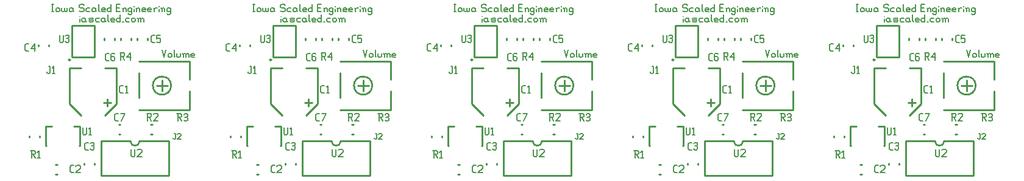
<source format=gbr>
G04 start of page 9 for group -4079 idx -4079 *
G04 Title: (unknown), topsilk *
G04 Creator: pcb 20140316 *
G04 CreationDate: Sun 13 Sep 2020 05:46:49 PM GMT UTC *
G04 For: railfan *
G04 Format: Gerber/RS-274X *
G04 PCB-Dimensions (mil): 5600.00 1200.00 *
G04 PCB-Coordinate-Origin: lower left *
%MOIN*%
%FSLAX25Y25*%
%LNTOPSILK*%
%ADD55C,0.0100*%
%ADD54C,0.0060*%
G54D54*X197500Y83010D02*X198490Y79050D01*
X199480Y83010D01*
X200668Y80535D02*Y79545D01*
Y80535D02*X201163Y81030D01*
X202153D01*
X202648Y80535D01*
Y79545D01*
X202153Y79050D02*X202648Y79545D01*
X201163Y79050D02*X202153D01*
X200668Y79545D02*X201163Y79050D01*
X203836Y83010D02*Y79545D01*
X204331Y79050D01*
X205321Y81030D02*Y79545D01*
X205816Y79050D01*
X206806D01*
X207301Y79545D01*
Y81030D02*Y79545D01*
X208984Y80535D02*Y79050D01*
Y80535D02*X209479Y81030D01*
X209974D01*
X210469Y80535D01*
Y79050D01*
Y80535D02*X210964Y81030D01*
X211459D01*
X211954Y80535D01*
Y79050D01*
X208489Y81030D02*X208984Y80535D01*
X213637Y79050D02*X215122D01*
X213142Y79545D02*X213637Y79050D01*
X213142Y80535D02*Y79545D01*
Y80535D02*X213637Y81030D01*
X214627D01*
X215122Y80535D01*
X213142Y80040D02*X215122D01*
Y80535D02*Y80040D01*
X307500Y83010D02*X308490Y79050D01*
X309480Y83010D01*
X310668Y80535D02*Y79545D01*
Y80535D02*X311163Y81030D01*
X312153D01*
X312648Y80535D01*
Y79545D01*
X312153Y79050D02*X312648Y79545D01*
X311163Y79050D02*X312153D01*
X310668Y79545D02*X311163Y79050D01*
X313836Y83010D02*Y79545D01*
X314331Y79050D01*
X315321Y81030D02*Y79545D01*
X315816Y79050D01*
X316806D01*
X317301Y79545D01*
Y81030D02*Y79545D01*
X318984Y80535D02*Y79050D01*
Y80535D02*X319479Y81030D01*
X319974D01*
X320469Y80535D01*
Y79050D01*
Y80535D02*X320964Y81030D01*
X321459D01*
X321954Y80535D01*
Y79050D01*
X318489Y81030D02*X318984Y80535D01*
X323637Y79050D02*X325122D01*
X323142Y79545D02*X323637Y79050D01*
X323142Y80535D02*Y79545D01*
Y80535D02*X323637Y81030D01*
X324627D01*
X325122Y80535D01*
X323142Y80040D02*X325122D01*
Y80535D02*Y80040D01*
X87500Y83010D02*X88490Y79050D01*
X89480Y83010D01*
X90668Y80535D02*Y79545D01*
Y80535D02*X91163Y81030D01*
X92153D01*
X92648Y80535D01*
Y79545D01*
X92153Y79050D02*X92648Y79545D01*
X91163Y79050D02*X92153D01*
X90668Y79545D02*X91163Y79050D01*
X93836Y83010D02*Y79545D01*
X94331Y79050D01*
X95321Y81030D02*Y79545D01*
X95816Y79050D01*
X96806D01*
X97301Y79545D01*
Y81030D02*Y79545D01*
X98984Y80535D02*Y79050D01*
Y80535D02*X99479Y81030D01*
X99974D01*
X100469Y80535D01*
Y79050D01*
Y80535D02*X100964Y81030D01*
X101459D01*
X101954Y80535D01*
Y79050D01*
X98489Y81030D02*X98984Y80535D01*
X103637Y79050D02*X105122D01*
X103142Y79545D02*X103637Y79050D01*
X103142Y80535D02*Y79545D01*
Y80535D02*X103637Y81030D01*
X104627D01*
X105122Y80535D01*
X103142Y80040D02*X105122D01*
Y80535D02*Y80040D01*
X27000Y108000D02*X28000D01*
X27500D02*Y104000D01*
X27000D02*X28000D01*
X29200Y105500D02*Y104500D01*
Y105500D02*X29700Y106000D01*
X30700D01*
X31200Y105500D01*
Y104500D01*
X30700Y104000D02*X31200Y104500D01*
X29700Y104000D02*X30700D01*
X29200Y104500D02*X29700Y104000D01*
X32400Y106000D02*Y104500D01*
X32900Y104000D01*
X33400D01*
X33900Y104500D01*
Y106000D02*Y104500D01*
X34400Y104000D01*
X34900D01*
X35400Y104500D01*
Y106000D02*Y104500D01*
X38100Y106000D02*X38600Y105500D01*
X37100Y106000D02*X38100D01*
X36600Y105500D02*X37100Y106000D01*
X36600Y105500D02*Y104500D01*
X37100Y104000D01*
X38600Y106000D02*Y104500D01*
X39100Y104000D01*
X37100D02*X38100D01*
X38600Y104500D01*
X44100Y108000D02*X44600Y107500D01*
X42600Y108000D02*X44100D01*
X42100Y107500D02*X42600Y108000D01*
X42100Y107500D02*Y106500D01*
X42600Y106000D01*
X44100D01*
X44600Y105500D01*
Y104500D01*
X44100Y104000D02*X44600Y104500D01*
X42600Y104000D02*X44100D01*
X42100Y104500D02*X42600Y104000D01*
X46300Y106000D02*X47800D01*
X45800Y105500D02*X46300Y106000D01*
X45800Y105500D02*Y104500D01*
X46300Y104000D01*
X47800D01*
X50500Y106000D02*X51000Y105500D01*
X49500Y106000D02*X50500D01*
X49000Y105500D02*X49500Y106000D01*
X49000Y105500D02*Y104500D01*
X49500Y104000D01*
X51000Y106000D02*Y104500D01*
X51500Y104000D01*
X49500D02*X50500D01*
X51000Y104500D01*
X52700Y108000D02*Y104500D01*
X53200Y104000D01*
X54700D02*X56200D01*
X54200Y104500D02*X54700Y104000D01*
X54200Y105500D02*Y104500D01*
Y105500D02*X54700Y106000D01*
X55700D01*
X56200Y105500D01*
X54200Y105000D02*X56200D01*
Y105500D02*Y105000D01*
X59400Y108000D02*Y104000D01*
X58900D02*X59400Y104500D01*
X57900Y104000D02*X58900D01*
X57400Y104500D02*X57900Y104000D01*
X57400Y105500D02*Y104500D01*
Y105500D02*X57900Y106000D01*
X58900D01*
X59400Y105500D01*
X62400Y106200D02*X63900D01*
X62400Y104000D02*X64400D01*
X62400Y108000D02*Y104000D01*
Y108000D02*X64400D01*
X66100Y105500D02*Y104000D01*
Y105500D02*X66600Y106000D01*
X67100D01*
X67600Y105500D01*
Y104000D01*
X65600Y106000D02*X66100Y105500D01*
X70300Y106000D02*X70800Y105500D01*
X69300Y106000D02*X70300D01*
X68800Y105500D02*X69300Y106000D01*
X68800Y105500D02*Y104500D01*
X69300Y104000D01*
X70300D01*
X70800Y104500D01*
X68800Y103000D02*X69300Y102500D01*
X70300D01*
X70800Y103000D01*
Y106000D02*Y103000D01*
X72000Y107000D02*Y106900D01*
Y105500D02*Y104000D01*
X73500Y105500D02*Y104000D01*
Y105500D02*X74000Y106000D01*
X74500D01*
X75000Y105500D01*
Y104000D01*
X73000Y106000D02*X73500Y105500D01*
X76700Y104000D02*X78200D01*
X76200Y104500D02*X76700Y104000D01*
X76200Y105500D02*Y104500D01*
Y105500D02*X76700Y106000D01*
X77700D01*
X78200Y105500D01*
X76200Y105000D02*X78200D01*
Y105500D02*Y105000D01*
X79900Y104000D02*X81400D01*
X79400Y104500D02*X79900Y104000D01*
X79400Y105500D02*Y104500D01*
Y105500D02*X79900Y106000D01*
X80900D01*
X81400Y105500D01*
X79400Y105000D02*X81400D01*
Y105500D02*Y105000D01*
X83100Y105500D02*Y104000D01*
Y105500D02*X83600Y106000D01*
X84600D01*
X82600D02*X83100Y105500D01*
X85800Y107000D02*Y106900D01*
Y105500D02*Y104000D01*
X87300Y105500D02*Y104000D01*
Y105500D02*X87800Y106000D01*
X88300D01*
X88800Y105500D01*
Y104000D01*
X86800Y106000D02*X87300Y105500D01*
X91500Y106000D02*X92000Y105500D01*
X90500Y106000D02*X91500D01*
X90000Y105500D02*X90500Y106000D01*
X90000Y105500D02*Y104500D01*
X90500Y104000D01*
X91500D01*
X92000Y104500D01*
X90000Y103000D02*X90500Y102500D01*
X91500D01*
X92000Y103000D01*
Y106000D02*Y103000D01*
X42500Y101500D02*Y101400D01*
Y100000D02*Y98500D01*
X45000Y100500D02*X45500Y100000D01*
X44000Y100500D02*X45000D01*
X43500Y100000D02*X44000Y100500D01*
X43500Y100000D02*Y99000D01*
X44000Y98500D01*
X45500Y100500D02*Y99000D01*
X46000Y98500D01*
X44000D02*X45000D01*
X45500Y99000D01*
X47700Y98500D02*X49200D01*
X49700Y99000D01*
X49200Y99500D02*X49700Y99000D01*
X47700Y99500D02*X49200D01*
X47200Y100000D02*X47700Y99500D01*
X47200Y100000D02*X47700Y100500D01*
X49200D01*
X49700Y100000D01*
X47200Y99000D02*X47700Y98500D01*
X51400Y100500D02*X52900D01*
X50900Y100000D02*X51400Y100500D01*
X50900Y100000D02*Y99000D01*
X51400Y98500D01*
X52900D01*
X55600Y100500D02*X56100Y100000D01*
X54600Y100500D02*X55600D01*
X54100Y100000D02*X54600Y100500D01*
X54100Y100000D02*Y99000D01*
X54600Y98500D01*
X56100Y100500D02*Y99000D01*
X56600Y98500D01*
X54600D02*X55600D01*
X56100Y99000D01*
X57800Y102500D02*Y99000D01*
X58300Y98500D01*
X59800D02*X61300D01*
X59300Y99000D02*X59800Y98500D01*
X59300Y100000D02*Y99000D01*
Y100000D02*X59800Y100500D01*
X60800D01*
X61300Y100000D01*
X59300Y99500D02*X61300D01*
Y100000D02*Y99500D01*
X64500Y102500D02*Y98500D01*
X64000D02*X64500Y99000D01*
X63000Y98500D02*X64000D01*
X62500Y99000D02*X63000Y98500D01*
X62500Y100000D02*Y99000D01*
Y100000D02*X63000Y100500D01*
X64000D01*
X64500Y100000D01*
X65700Y98500D02*X66200D01*
X67900Y100500D02*X69400D01*
X67400Y100000D02*X67900Y100500D01*
X67400Y100000D02*Y99000D01*
X67900Y98500D01*
X69400D01*
X70600Y100000D02*Y99000D01*
Y100000D02*X71100Y100500D01*
X72100D01*
X72600Y100000D01*
Y99000D01*
X72100Y98500D02*X72600Y99000D01*
X71100Y98500D02*X72100D01*
X70600Y99000D02*X71100Y98500D01*
X74300Y100000D02*Y98500D01*
Y100000D02*X74800Y100500D01*
X75300D01*
X75800Y100000D01*
Y98500D01*
Y100000D02*X76300Y100500D01*
X76800D01*
X77300Y100000D01*
Y98500D01*
X73800Y100500D02*X74300Y100000D01*
X137000Y108000D02*X138000D01*
X137500D02*Y104000D01*
X137000D02*X138000D01*
X139200Y105500D02*Y104500D01*
Y105500D02*X139700Y106000D01*
X140700D01*
X141200Y105500D01*
Y104500D01*
X140700Y104000D02*X141200Y104500D01*
X139700Y104000D02*X140700D01*
X139200Y104500D02*X139700Y104000D01*
X142400Y106000D02*Y104500D01*
X142900Y104000D01*
X143400D01*
X143900Y104500D01*
Y106000D02*Y104500D01*
X144400Y104000D01*
X144900D01*
X145400Y104500D01*
Y106000D02*Y104500D01*
X148100Y106000D02*X148600Y105500D01*
X147100Y106000D02*X148100D01*
X146600Y105500D02*X147100Y106000D01*
X146600Y105500D02*Y104500D01*
X147100Y104000D01*
X148600Y106000D02*Y104500D01*
X149100Y104000D01*
X147100D02*X148100D01*
X148600Y104500D01*
X154100Y108000D02*X154600Y107500D01*
X152600Y108000D02*X154100D01*
X152100Y107500D02*X152600Y108000D01*
X152100Y107500D02*Y106500D01*
X152600Y106000D01*
X154100D01*
X154600Y105500D01*
Y104500D01*
X154100Y104000D02*X154600Y104500D01*
X152600Y104000D02*X154100D01*
X152100Y104500D02*X152600Y104000D01*
X156300Y106000D02*X157800D01*
X155800Y105500D02*X156300Y106000D01*
X155800Y105500D02*Y104500D01*
X156300Y104000D01*
X157800D01*
X160500Y106000D02*X161000Y105500D01*
X159500Y106000D02*X160500D01*
X159000Y105500D02*X159500Y106000D01*
X159000Y105500D02*Y104500D01*
X159500Y104000D01*
X161000Y106000D02*Y104500D01*
X161500Y104000D01*
X159500D02*X160500D01*
X161000Y104500D01*
X162700Y108000D02*Y104500D01*
X163200Y104000D01*
X164700D02*X166200D01*
X164200Y104500D02*X164700Y104000D01*
X164200Y105500D02*Y104500D01*
Y105500D02*X164700Y106000D01*
X165700D01*
X166200Y105500D01*
X164200Y105000D02*X166200D01*
Y105500D02*Y105000D01*
X169400Y108000D02*Y104000D01*
X168900D02*X169400Y104500D01*
X167900Y104000D02*X168900D01*
X167400Y104500D02*X167900Y104000D01*
X167400Y105500D02*Y104500D01*
Y105500D02*X167900Y106000D01*
X168900D01*
X169400Y105500D01*
X172400Y106200D02*X173900D01*
X172400Y104000D02*X174400D01*
X172400Y108000D02*Y104000D01*
Y108000D02*X174400D01*
X176100Y105500D02*Y104000D01*
Y105500D02*X176600Y106000D01*
X177100D01*
X177600Y105500D01*
Y104000D01*
X175600Y106000D02*X176100Y105500D01*
X180300Y106000D02*X180800Y105500D01*
X179300Y106000D02*X180300D01*
X178800Y105500D02*X179300Y106000D01*
X178800Y105500D02*Y104500D01*
X179300Y104000D01*
X180300D01*
X180800Y104500D01*
X178800Y103000D02*X179300Y102500D01*
X180300D01*
X180800Y103000D01*
Y106000D02*Y103000D01*
X182000Y107000D02*Y106900D01*
Y105500D02*Y104000D01*
X183500Y105500D02*Y104000D01*
Y105500D02*X184000Y106000D01*
X184500D01*
X185000Y105500D01*
Y104000D01*
X183000Y106000D02*X183500Y105500D01*
X186700Y104000D02*X188200D01*
X186200Y104500D02*X186700Y104000D01*
X186200Y105500D02*Y104500D01*
Y105500D02*X186700Y106000D01*
X187700D01*
X188200Y105500D01*
X186200Y105000D02*X188200D01*
Y105500D02*Y105000D01*
X189900Y104000D02*X191400D01*
X189400Y104500D02*X189900Y104000D01*
X189400Y105500D02*Y104500D01*
Y105500D02*X189900Y106000D01*
X190900D01*
X191400Y105500D01*
X189400Y105000D02*X191400D01*
Y105500D02*Y105000D01*
X193100Y105500D02*Y104000D01*
Y105500D02*X193600Y106000D01*
X194600D01*
X192600D02*X193100Y105500D01*
X195800Y107000D02*Y106900D01*
Y105500D02*Y104000D01*
X197300Y105500D02*Y104000D01*
Y105500D02*X197800Y106000D01*
X198300D01*
X198800Y105500D01*
Y104000D01*
X196800Y106000D02*X197300Y105500D01*
X201500Y106000D02*X202000Y105500D01*
X200500Y106000D02*X201500D01*
X200000Y105500D02*X200500Y106000D01*
X200000Y105500D02*Y104500D01*
X200500Y104000D01*
X201500D01*
X202000Y104500D01*
X200000Y103000D02*X200500Y102500D01*
X201500D01*
X202000Y103000D01*
Y106000D02*Y103000D01*
X152500Y101500D02*Y101400D01*
Y100000D02*Y98500D01*
X155000Y100500D02*X155500Y100000D01*
X154000Y100500D02*X155000D01*
X153500Y100000D02*X154000Y100500D01*
X153500Y100000D02*Y99000D01*
X154000Y98500D01*
X155500Y100500D02*Y99000D01*
X156000Y98500D01*
X154000D02*X155000D01*
X155500Y99000D01*
X157700Y98500D02*X159200D01*
X159700Y99000D01*
X159200Y99500D02*X159700Y99000D01*
X157700Y99500D02*X159200D01*
X157200Y100000D02*X157700Y99500D01*
X157200Y100000D02*X157700Y100500D01*
X159200D01*
X159700Y100000D01*
X157200Y99000D02*X157700Y98500D01*
X161400Y100500D02*X162900D01*
X160900Y100000D02*X161400Y100500D01*
X160900Y100000D02*Y99000D01*
X161400Y98500D01*
X162900D01*
X165600Y100500D02*X166100Y100000D01*
X164600Y100500D02*X165600D01*
X164100Y100000D02*X164600Y100500D01*
X164100Y100000D02*Y99000D01*
X164600Y98500D01*
X166100Y100500D02*Y99000D01*
X166600Y98500D01*
X164600D02*X165600D01*
X166100Y99000D01*
X167800Y102500D02*Y99000D01*
X168300Y98500D01*
X169800D02*X171300D01*
X169300Y99000D02*X169800Y98500D01*
X169300Y100000D02*Y99000D01*
Y100000D02*X169800Y100500D01*
X170800D01*
X171300Y100000D01*
X169300Y99500D02*X171300D01*
Y100000D02*Y99500D01*
X174500Y102500D02*Y98500D01*
X174000D02*X174500Y99000D01*
X173000Y98500D02*X174000D01*
X172500Y99000D02*X173000Y98500D01*
X172500Y100000D02*Y99000D01*
Y100000D02*X173000Y100500D01*
X174000D01*
X174500Y100000D01*
X175700Y98500D02*X176200D01*
X177900Y100500D02*X179400D01*
X177400Y100000D02*X177900Y100500D01*
X177400Y100000D02*Y99000D01*
X177900Y98500D01*
X179400D01*
X180600Y100000D02*Y99000D01*
Y100000D02*X181100Y100500D01*
X182100D01*
X182600Y100000D01*
Y99000D01*
X182100Y98500D02*X182600Y99000D01*
X181100Y98500D02*X182100D01*
X180600Y99000D02*X181100Y98500D01*
X184300Y100000D02*Y98500D01*
Y100000D02*X184800Y100500D01*
X185300D01*
X185800Y100000D01*
Y98500D01*
Y100000D02*X186300Y100500D01*
X186800D01*
X187300Y100000D01*
Y98500D01*
X183800Y100500D02*X184300Y100000D01*
X247000Y108000D02*X248000D01*
X247500D02*Y104000D01*
X247000D02*X248000D01*
X249200Y105500D02*Y104500D01*
Y105500D02*X249700Y106000D01*
X250700D01*
X251200Y105500D01*
Y104500D01*
X250700Y104000D02*X251200Y104500D01*
X249700Y104000D02*X250700D01*
X249200Y104500D02*X249700Y104000D01*
X252400Y106000D02*Y104500D01*
X252900Y104000D01*
X253400D01*
X253900Y104500D01*
Y106000D02*Y104500D01*
X254400Y104000D01*
X254900D01*
X255400Y104500D01*
Y106000D02*Y104500D01*
X258100Y106000D02*X258600Y105500D01*
X257100Y106000D02*X258100D01*
X256600Y105500D02*X257100Y106000D01*
X256600Y105500D02*Y104500D01*
X257100Y104000D01*
X258600Y106000D02*Y104500D01*
X259100Y104000D01*
X257100D02*X258100D01*
X258600Y104500D01*
X264100Y108000D02*X264600Y107500D01*
X262600Y108000D02*X264100D01*
X262100Y107500D02*X262600Y108000D01*
X262100Y107500D02*Y106500D01*
X262600Y106000D01*
X264100D01*
X264600Y105500D01*
Y104500D01*
X264100Y104000D02*X264600Y104500D01*
X262600Y104000D02*X264100D01*
X262100Y104500D02*X262600Y104000D01*
X266300Y106000D02*X267800D01*
X265800Y105500D02*X266300Y106000D01*
X265800Y105500D02*Y104500D01*
X266300Y104000D01*
X267800D01*
X270500Y106000D02*X271000Y105500D01*
X269500Y106000D02*X270500D01*
X269000Y105500D02*X269500Y106000D01*
X269000Y105500D02*Y104500D01*
X269500Y104000D01*
X271000Y106000D02*Y104500D01*
X271500Y104000D01*
X269500D02*X270500D01*
X271000Y104500D01*
X272700Y108000D02*Y104500D01*
X273200Y104000D01*
X274700D02*X276200D01*
X274200Y104500D02*X274700Y104000D01*
X274200Y105500D02*Y104500D01*
Y105500D02*X274700Y106000D01*
X275700D01*
X276200Y105500D01*
X274200Y105000D02*X276200D01*
Y105500D02*Y105000D01*
X279400Y108000D02*Y104000D01*
X278900D02*X279400Y104500D01*
X277900Y104000D02*X278900D01*
X277400Y104500D02*X277900Y104000D01*
X277400Y105500D02*Y104500D01*
Y105500D02*X277900Y106000D01*
X278900D01*
X279400Y105500D01*
X282400Y106200D02*X283900D01*
X282400Y104000D02*X284400D01*
X282400Y108000D02*Y104000D01*
Y108000D02*X284400D01*
X286100Y105500D02*Y104000D01*
Y105500D02*X286600Y106000D01*
X287100D01*
X287600Y105500D01*
Y104000D01*
X285600Y106000D02*X286100Y105500D01*
X290300Y106000D02*X290800Y105500D01*
X289300Y106000D02*X290300D01*
X288800Y105500D02*X289300Y106000D01*
X288800Y105500D02*Y104500D01*
X289300Y104000D01*
X290300D01*
X290800Y104500D01*
X288800Y103000D02*X289300Y102500D01*
X290300D01*
X290800Y103000D01*
Y106000D02*Y103000D01*
X292000Y107000D02*Y106900D01*
Y105500D02*Y104000D01*
X293500Y105500D02*Y104000D01*
Y105500D02*X294000Y106000D01*
X294500D01*
X295000Y105500D01*
Y104000D01*
X293000Y106000D02*X293500Y105500D01*
X296700Y104000D02*X298200D01*
X296200Y104500D02*X296700Y104000D01*
X296200Y105500D02*Y104500D01*
Y105500D02*X296700Y106000D01*
X297700D01*
X298200Y105500D01*
X296200Y105000D02*X298200D01*
Y105500D02*Y105000D01*
X299900Y104000D02*X301400D01*
X299400Y104500D02*X299900Y104000D01*
X299400Y105500D02*Y104500D01*
Y105500D02*X299900Y106000D01*
X300900D01*
X301400Y105500D01*
X299400Y105000D02*X301400D01*
Y105500D02*Y105000D01*
X303100Y105500D02*Y104000D01*
Y105500D02*X303600Y106000D01*
X304600D01*
X302600D02*X303100Y105500D01*
X305800Y107000D02*Y106900D01*
Y105500D02*Y104000D01*
X307300Y105500D02*Y104000D01*
Y105500D02*X307800Y106000D01*
X308300D01*
X308800Y105500D01*
Y104000D01*
X306800Y106000D02*X307300Y105500D01*
X311500Y106000D02*X312000Y105500D01*
X310500Y106000D02*X311500D01*
X310000Y105500D02*X310500Y106000D01*
X310000Y105500D02*Y104500D01*
X310500Y104000D01*
X311500D01*
X312000Y104500D01*
X310000Y103000D02*X310500Y102500D01*
X311500D01*
X312000Y103000D01*
Y106000D02*Y103000D01*
X262500Y101500D02*Y101400D01*
Y100000D02*Y98500D01*
X265000Y100500D02*X265500Y100000D01*
X264000Y100500D02*X265000D01*
X263500Y100000D02*X264000Y100500D01*
X263500Y100000D02*Y99000D01*
X264000Y98500D01*
X265500Y100500D02*Y99000D01*
X266000Y98500D01*
X264000D02*X265000D01*
X265500Y99000D01*
X267700Y98500D02*X269200D01*
X269700Y99000D01*
X269200Y99500D02*X269700Y99000D01*
X267700Y99500D02*X269200D01*
X267200Y100000D02*X267700Y99500D01*
X267200Y100000D02*X267700Y100500D01*
X269200D01*
X269700Y100000D01*
X267200Y99000D02*X267700Y98500D01*
X271400Y100500D02*X272900D01*
X270900Y100000D02*X271400Y100500D01*
X270900Y100000D02*Y99000D01*
X271400Y98500D01*
X272900D01*
X275600Y100500D02*X276100Y100000D01*
X274600Y100500D02*X275600D01*
X274100Y100000D02*X274600Y100500D01*
X274100Y100000D02*Y99000D01*
X274600Y98500D01*
X276100Y100500D02*Y99000D01*
X276600Y98500D01*
X274600D02*X275600D01*
X276100Y99000D01*
X277800Y102500D02*Y99000D01*
X278300Y98500D01*
X279800D02*X281300D01*
X279300Y99000D02*X279800Y98500D01*
X279300Y100000D02*Y99000D01*
Y100000D02*X279800Y100500D01*
X280800D01*
X281300Y100000D01*
X279300Y99500D02*X281300D01*
Y100000D02*Y99500D01*
X284500Y102500D02*Y98500D01*
X284000D02*X284500Y99000D01*
X283000Y98500D02*X284000D01*
X282500Y99000D02*X283000Y98500D01*
X282500Y100000D02*Y99000D01*
Y100000D02*X283000Y100500D01*
X284000D01*
X284500Y100000D01*
X285700Y98500D02*X286200D01*
X287900Y100500D02*X289400D01*
X287400Y100000D02*X287900Y100500D01*
X287400Y100000D02*Y99000D01*
X287900Y98500D01*
X289400D01*
X290600Y100000D02*Y99000D01*
Y100000D02*X291100Y100500D01*
X292100D01*
X292600Y100000D01*
Y99000D01*
X292100Y98500D02*X292600Y99000D01*
X291100Y98500D02*X292100D01*
X290600Y99000D02*X291100Y98500D01*
X294300Y100000D02*Y98500D01*
Y100000D02*X294800Y100500D01*
X295300D01*
X295800Y100000D01*
Y98500D01*
Y100000D02*X296300Y100500D01*
X296800D01*
X297300Y100000D01*
Y98500D01*
X293800Y100500D02*X294300Y100000D01*
X417500Y83010D02*X418490Y79050D01*
X419480Y83010D01*
X420668Y80535D02*Y79545D01*
Y80535D02*X421163Y81030D01*
X422153D01*
X422648Y80535D01*
Y79545D01*
X422153Y79050D02*X422648Y79545D01*
X421163Y79050D02*X422153D01*
X420668Y79545D02*X421163Y79050D01*
X423836Y83010D02*Y79545D01*
X424331Y79050D01*
X425321Y81030D02*Y79545D01*
X425816Y79050D01*
X426806D01*
X427301Y79545D01*
Y81030D02*Y79545D01*
X428984Y80535D02*Y79050D01*
Y80535D02*X429479Y81030D01*
X429974D01*
X430469Y80535D01*
Y79050D01*
Y80535D02*X430964Y81030D01*
X431459D01*
X431954Y80535D01*
Y79050D01*
X428489Y81030D02*X428984Y80535D01*
X433637Y79050D02*X435122D01*
X433142Y79545D02*X433637Y79050D01*
X433142Y80535D02*Y79545D01*
Y80535D02*X433637Y81030D01*
X434627D01*
X435122Y80535D01*
X433142Y80040D02*X435122D01*
Y80535D02*Y80040D01*
X527500Y83010D02*X528490Y79050D01*
X529480Y83010D01*
X530668Y80535D02*Y79545D01*
Y80535D02*X531163Y81030D01*
X532153D01*
X532648Y80535D01*
Y79545D01*
X532153Y79050D02*X532648Y79545D01*
X531163Y79050D02*X532153D01*
X530668Y79545D02*X531163Y79050D01*
X533836Y83010D02*Y79545D01*
X534331Y79050D01*
X535321Y81030D02*Y79545D01*
X535816Y79050D01*
X536806D01*
X537301Y79545D01*
Y81030D02*Y79545D01*
X538984Y80535D02*Y79050D01*
Y80535D02*X539479Y81030D01*
X539974D01*
X540469Y80535D01*
Y79050D01*
Y80535D02*X540964Y81030D01*
X541459D01*
X541954Y80535D01*
Y79050D01*
X538489Y81030D02*X538984Y80535D01*
X543637Y79050D02*X545122D01*
X543142Y79545D02*X543637Y79050D01*
X543142Y80535D02*Y79545D01*
Y80535D02*X543637Y81030D01*
X544627D01*
X545122Y80535D01*
X543142Y80040D02*X545122D01*
Y80535D02*Y80040D01*
X357000Y108000D02*X358000D01*
X357500D02*Y104000D01*
X357000D02*X358000D01*
X359200Y105500D02*Y104500D01*
Y105500D02*X359700Y106000D01*
X360700D01*
X361200Y105500D01*
Y104500D01*
X360700Y104000D02*X361200Y104500D01*
X359700Y104000D02*X360700D01*
X359200Y104500D02*X359700Y104000D01*
X362400Y106000D02*Y104500D01*
X362900Y104000D01*
X363400D01*
X363900Y104500D01*
Y106000D02*Y104500D01*
X364400Y104000D01*
X364900D01*
X365400Y104500D01*
Y106000D02*Y104500D01*
X368100Y106000D02*X368600Y105500D01*
X367100Y106000D02*X368100D01*
X366600Y105500D02*X367100Y106000D01*
X366600Y105500D02*Y104500D01*
X367100Y104000D01*
X368600Y106000D02*Y104500D01*
X369100Y104000D01*
X367100D02*X368100D01*
X368600Y104500D01*
X374100Y108000D02*X374600Y107500D01*
X372600Y108000D02*X374100D01*
X372100Y107500D02*X372600Y108000D01*
X372100Y107500D02*Y106500D01*
X372600Y106000D01*
X374100D01*
X374600Y105500D01*
Y104500D01*
X374100Y104000D02*X374600Y104500D01*
X372600Y104000D02*X374100D01*
X372100Y104500D02*X372600Y104000D01*
X376300Y106000D02*X377800D01*
X375800Y105500D02*X376300Y106000D01*
X375800Y105500D02*Y104500D01*
X376300Y104000D01*
X377800D01*
X380500Y106000D02*X381000Y105500D01*
X379500Y106000D02*X380500D01*
X379000Y105500D02*X379500Y106000D01*
X379000Y105500D02*Y104500D01*
X379500Y104000D01*
X381000Y106000D02*Y104500D01*
X381500Y104000D01*
X379500D02*X380500D01*
X381000Y104500D01*
X382700Y108000D02*Y104500D01*
X383200Y104000D01*
X384700D02*X386200D01*
X384200Y104500D02*X384700Y104000D01*
X384200Y105500D02*Y104500D01*
Y105500D02*X384700Y106000D01*
X385700D01*
X386200Y105500D01*
X384200Y105000D02*X386200D01*
Y105500D02*Y105000D01*
X389400Y108000D02*Y104000D01*
X388900D02*X389400Y104500D01*
X387900Y104000D02*X388900D01*
X387400Y104500D02*X387900Y104000D01*
X387400Y105500D02*Y104500D01*
Y105500D02*X387900Y106000D01*
X388900D01*
X389400Y105500D01*
X392400Y106200D02*X393900D01*
X392400Y104000D02*X394400D01*
X392400Y108000D02*Y104000D01*
Y108000D02*X394400D01*
X396100Y105500D02*Y104000D01*
Y105500D02*X396600Y106000D01*
X397100D01*
X397600Y105500D01*
Y104000D01*
X395600Y106000D02*X396100Y105500D01*
X400300Y106000D02*X400800Y105500D01*
X399300Y106000D02*X400300D01*
X398800Y105500D02*X399300Y106000D01*
X398800Y105500D02*Y104500D01*
X399300Y104000D01*
X400300D01*
X400800Y104500D01*
X398800Y103000D02*X399300Y102500D01*
X400300D01*
X400800Y103000D01*
Y106000D02*Y103000D01*
X402000Y107000D02*Y106900D01*
Y105500D02*Y104000D01*
X403500Y105500D02*Y104000D01*
Y105500D02*X404000Y106000D01*
X404500D01*
X405000Y105500D01*
Y104000D01*
X403000Y106000D02*X403500Y105500D01*
X406700Y104000D02*X408200D01*
X406200Y104500D02*X406700Y104000D01*
X406200Y105500D02*Y104500D01*
Y105500D02*X406700Y106000D01*
X407700D01*
X408200Y105500D01*
X406200Y105000D02*X408200D01*
Y105500D02*Y105000D01*
X409900Y104000D02*X411400D01*
X409400Y104500D02*X409900Y104000D01*
X409400Y105500D02*Y104500D01*
Y105500D02*X409900Y106000D01*
X410900D01*
X411400Y105500D01*
X409400Y105000D02*X411400D01*
Y105500D02*Y105000D01*
X413100Y105500D02*Y104000D01*
Y105500D02*X413600Y106000D01*
X414600D01*
X412600D02*X413100Y105500D01*
X415800Y107000D02*Y106900D01*
Y105500D02*Y104000D01*
X417300Y105500D02*Y104000D01*
Y105500D02*X417800Y106000D01*
X418300D01*
X418800Y105500D01*
Y104000D01*
X416800Y106000D02*X417300Y105500D01*
X421500Y106000D02*X422000Y105500D01*
X420500Y106000D02*X421500D01*
X420000Y105500D02*X420500Y106000D01*
X420000Y105500D02*Y104500D01*
X420500Y104000D01*
X421500D01*
X422000Y104500D01*
X420000Y103000D02*X420500Y102500D01*
X421500D01*
X422000Y103000D01*
Y106000D02*Y103000D01*
X372500Y101500D02*Y101400D01*
Y100000D02*Y98500D01*
X375000Y100500D02*X375500Y100000D01*
X374000Y100500D02*X375000D01*
X373500Y100000D02*X374000Y100500D01*
X373500Y100000D02*Y99000D01*
X374000Y98500D01*
X375500Y100500D02*Y99000D01*
X376000Y98500D01*
X374000D02*X375000D01*
X375500Y99000D01*
X377700Y98500D02*X379200D01*
X379700Y99000D01*
X379200Y99500D02*X379700Y99000D01*
X377700Y99500D02*X379200D01*
X377200Y100000D02*X377700Y99500D01*
X377200Y100000D02*X377700Y100500D01*
X379200D01*
X379700Y100000D01*
X377200Y99000D02*X377700Y98500D01*
X381400Y100500D02*X382900D01*
X380900Y100000D02*X381400Y100500D01*
X380900Y100000D02*Y99000D01*
X381400Y98500D01*
X382900D01*
X385600Y100500D02*X386100Y100000D01*
X384600Y100500D02*X385600D01*
X384100Y100000D02*X384600Y100500D01*
X384100Y100000D02*Y99000D01*
X384600Y98500D01*
X386100Y100500D02*Y99000D01*
X386600Y98500D01*
X384600D02*X385600D01*
X386100Y99000D01*
X387800Y102500D02*Y99000D01*
X388300Y98500D01*
X389800D02*X391300D01*
X389300Y99000D02*X389800Y98500D01*
X389300Y100000D02*Y99000D01*
Y100000D02*X389800Y100500D01*
X390800D01*
X391300Y100000D01*
X389300Y99500D02*X391300D01*
Y100000D02*Y99500D01*
X394500Y102500D02*Y98500D01*
X394000D02*X394500Y99000D01*
X393000Y98500D02*X394000D01*
X392500Y99000D02*X393000Y98500D01*
X392500Y100000D02*Y99000D01*
Y100000D02*X393000Y100500D01*
X394000D01*
X394500Y100000D01*
X395700Y98500D02*X396200D01*
X397900Y100500D02*X399400D01*
X397400Y100000D02*X397900Y100500D01*
X397400Y100000D02*Y99000D01*
X397900Y98500D01*
X399400D01*
X400600Y100000D02*Y99000D01*
Y100000D02*X401100Y100500D01*
X402100D01*
X402600Y100000D01*
Y99000D01*
X402100Y98500D02*X402600Y99000D01*
X401100Y98500D02*X402100D01*
X400600Y99000D02*X401100Y98500D01*
X404300Y100000D02*Y98500D01*
Y100000D02*X404800Y100500D01*
X405300D01*
X405800Y100000D01*
Y98500D01*
Y100000D02*X406300Y100500D01*
X406800D01*
X407300Y100000D01*
Y98500D01*
X403800Y100500D02*X404300Y100000D01*
X467000Y108000D02*X468000D01*
X467500D02*Y104000D01*
X467000D02*X468000D01*
X469200Y105500D02*Y104500D01*
Y105500D02*X469700Y106000D01*
X470700D01*
X471200Y105500D01*
Y104500D01*
X470700Y104000D02*X471200Y104500D01*
X469700Y104000D02*X470700D01*
X469200Y104500D02*X469700Y104000D01*
X472400Y106000D02*Y104500D01*
X472900Y104000D01*
X473400D01*
X473900Y104500D01*
Y106000D02*Y104500D01*
X474400Y104000D01*
X474900D01*
X475400Y104500D01*
Y106000D02*Y104500D01*
X478100Y106000D02*X478600Y105500D01*
X477100Y106000D02*X478100D01*
X476600Y105500D02*X477100Y106000D01*
X476600Y105500D02*Y104500D01*
X477100Y104000D01*
X478600Y106000D02*Y104500D01*
X479100Y104000D01*
X477100D02*X478100D01*
X478600Y104500D01*
X484100Y108000D02*X484600Y107500D01*
X482600Y108000D02*X484100D01*
X482100Y107500D02*X482600Y108000D01*
X482100Y107500D02*Y106500D01*
X482600Y106000D01*
X484100D01*
X484600Y105500D01*
Y104500D01*
X484100Y104000D02*X484600Y104500D01*
X482600Y104000D02*X484100D01*
X482100Y104500D02*X482600Y104000D01*
X486300Y106000D02*X487800D01*
X485800Y105500D02*X486300Y106000D01*
X485800Y105500D02*Y104500D01*
X486300Y104000D01*
X487800D01*
X490500Y106000D02*X491000Y105500D01*
X489500Y106000D02*X490500D01*
X489000Y105500D02*X489500Y106000D01*
X489000Y105500D02*Y104500D01*
X489500Y104000D01*
X491000Y106000D02*Y104500D01*
X491500Y104000D01*
X489500D02*X490500D01*
X491000Y104500D01*
X492700Y108000D02*Y104500D01*
X493200Y104000D01*
X494700D02*X496200D01*
X494200Y104500D02*X494700Y104000D01*
X494200Y105500D02*Y104500D01*
Y105500D02*X494700Y106000D01*
X495700D01*
X496200Y105500D01*
X494200Y105000D02*X496200D01*
Y105500D02*Y105000D01*
X499400Y108000D02*Y104000D01*
X498900D02*X499400Y104500D01*
X497900Y104000D02*X498900D01*
X497400Y104500D02*X497900Y104000D01*
X497400Y105500D02*Y104500D01*
Y105500D02*X497900Y106000D01*
X498900D01*
X499400Y105500D01*
X502400Y106200D02*X503900D01*
X502400Y104000D02*X504400D01*
X502400Y108000D02*Y104000D01*
Y108000D02*X504400D01*
X506100Y105500D02*Y104000D01*
Y105500D02*X506600Y106000D01*
X507100D01*
X507600Y105500D01*
Y104000D01*
X505600Y106000D02*X506100Y105500D01*
X510300Y106000D02*X510800Y105500D01*
X509300Y106000D02*X510300D01*
X508800Y105500D02*X509300Y106000D01*
X508800Y105500D02*Y104500D01*
X509300Y104000D01*
X510300D01*
X510800Y104500D01*
X508800Y103000D02*X509300Y102500D01*
X510300D01*
X510800Y103000D01*
Y106000D02*Y103000D01*
X512000Y107000D02*Y106900D01*
Y105500D02*Y104000D01*
X513500Y105500D02*Y104000D01*
Y105500D02*X514000Y106000D01*
X514500D01*
X515000Y105500D01*
Y104000D01*
X513000Y106000D02*X513500Y105500D01*
X516700Y104000D02*X518200D01*
X516200Y104500D02*X516700Y104000D01*
X516200Y105500D02*Y104500D01*
Y105500D02*X516700Y106000D01*
X517700D01*
X518200Y105500D01*
X516200Y105000D02*X518200D01*
Y105500D02*Y105000D01*
X519900Y104000D02*X521400D01*
X519400Y104500D02*X519900Y104000D01*
X519400Y105500D02*Y104500D01*
Y105500D02*X519900Y106000D01*
X520900D01*
X521400Y105500D01*
X519400Y105000D02*X521400D01*
Y105500D02*Y105000D01*
X523100Y105500D02*Y104000D01*
Y105500D02*X523600Y106000D01*
X524600D01*
X522600D02*X523100Y105500D01*
X525800Y107000D02*Y106900D01*
Y105500D02*Y104000D01*
X527300Y105500D02*Y104000D01*
Y105500D02*X527800Y106000D01*
X528300D01*
X528800Y105500D01*
Y104000D01*
X526800Y106000D02*X527300Y105500D01*
X531500Y106000D02*X532000Y105500D01*
X530500Y106000D02*X531500D01*
X530000Y105500D02*X530500Y106000D01*
X530000Y105500D02*Y104500D01*
X530500Y104000D01*
X531500D01*
X532000Y104500D01*
X530000Y103000D02*X530500Y102500D01*
X531500D01*
X532000Y103000D01*
Y106000D02*Y103000D01*
X482500Y101500D02*Y101400D01*
Y100000D02*Y98500D01*
X485000Y100500D02*X485500Y100000D01*
X484000Y100500D02*X485000D01*
X483500Y100000D02*X484000Y100500D01*
X483500Y100000D02*Y99000D01*
X484000Y98500D01*
X485500Y100500D02*Y99000D01*
X486000Y98500D01*
X484000D02*X485000D01*
X485500Y99000D01*
X487700Y98500D02*X489200D01*
X489700Y99000D01*
X489200Y99500D02*X489700Y99000D01*
X487700Y99500D02*X489200D01*
X487200Y100000D02*X487700Y99500D01*
X487200Y100000D02*X487700Y100500D01*
X489200D01*
X489700Y100000D01*
X487200Y99000D02*X487700Y98500D01*
X491400Y100500D02*X492900D01*
X490900Y100000D02*X491400Y100500D01*
X490900Y100000D02*Y99000D01*
X491400Y98500D01*
X492900D01*
X495600Y100500D02*X496100Y100000D01*
X494600Y100500D02*X495600D01*
X494100Y100000D02*X494600Y100500D01*
X494100Y100000D02*Y99000D01*
X494600Y98500D01*
X496100Y100500D02*Y99000D01*
X496600Y98500D01*
X494600D02*X495600D01*
X496100Y99000D01*
X497800Y102500D02*Y99000D01*
X498300Y98500D01*
X499800D02*X501300D01*
X499300Y99000D02*X499800Y98500D01*
X499300Y100000D02*Y99000D01*
Y100000D02*X499800Y100500D01*
X500800D01*
X501300Y100000D01*
X499300Y99500D02*X501300D01*
Y100000D02*Y99500D01*
X504500Y102500D02*Y98500D01*
X504000D02*X504500Y99000D01*
X503000Y98500D02*X504000D01*
X502500Y99000D02*X503000Y98500D01*
X502500Y100000D02*Y99000D01*
Y100000D02*X503000Y100500D01*
X504000D01*
X504500Y100000D01*
X505700Y98500D02*X506200D01*
X507900Y100500D02*X509400D01*
X507400Y100000D02*X507900Y100500D01*
X507400Y100000D02*Y99000D01*
X507900Y98500D01*
X509400D01*
X510600Y100000D02*Y99000D01*
Y100000D02*X511100Y100500D01*
X512100D01*
X512600Y100000D01*
Y99000D01*
X512100Y98500D02*X512600Y99000D01*
X511100Y98500D02*X512100D01*
X510600Y99000D02*X511100Y98500D01*
X514300Y100000D02*Y98500D01*
Y100000D02*X514800Y100500D01*
X515300D01*
X515800Y100000D01*
Y98500D01*
Y100000D02*X516300Y100500D01*
X516800D01*
X517300Y100000D01*
Y98500D01*
X513800Y100500D02*X514300Y100000D01*
G54D55*X191107Y42255D02*X191893D01*
X191107Y36745D02*X191893D01*
X283607Y42255D02*X284393D01*
X283607Y36745D02*X284393D01*
X301107Y42255D02*X301893D01*
X301107Y36745D02*X301893D01*
X274000Y33000D02*Y14000D01*
X311000D01*
Y33000D01*
X274000D02*X290000D01*
X311000D02*X295000D01*
X290000D02*G75*G03X295000Y33000I2500J0D01*G01*
X249107Y20255D02*X249893D01*
X249107Y14745D02*X249893D01*
X270255Y20893D02*Y20107D01*
X264745Y20893D02*Y20107D01*
X243750Y41150D02*Y30520D01*
X262250Y41150D02*Y30520D01*
X243750Y41150D02*X247000D01*
X262250D02*X259000D01*
X243750Y30520D02*X243929D01*
X262071D02*X262250D01*
X240255Y35893D02*Y35107D01*
X234745Y35893D02*Y35107D01*
X275996Y72992D02*X282492D01*
X256508D02*X263004D01*
X256508D02*Y53504D01*
X282492Y72992D02*Y53504D01*
X256508D02*X263004Y47008D01*
X282492Y53504D02*X275996Y47008D01*
X275500Y54000D02*X279500D01*
X277500Y56000D02*Y52000D01*
X299255Y89393D02*Y88607D01*
X293745Y89393D02*Y88607D01*
X258158Y96484D02*Y79162D01*
Y96484D02*X270362D01*
Y79162D01*
X258158D02*X270362D01*
X256658Y77162D02*G75*G03X256658Y77162I0J500D01*G01*
X290255Y89393D02*Y88607D01*
X284745Y89393D02*Y88607D01*
X275745Y89393D02*Y88607D01*
X281255Y89393D02*Y88607D01*
X245255Y85893D02*Y85107D01*
X239745Y85893D02*Y85107D01*
X294642Y76709D02*X322358D01*
Y66700D01*
Y60300D02*Y50291D01*
X294642D01*
Y56700D02*Y70300D01*
X304240Y63500D02*X310240D01*
X307240Y66500D02*Y60500D01*
X302240Y63500D02*G75*G03X302240Y63500I5000J0D01*G01*
X385996Y72992D02*X392492D01*
X366508D02*X373004D01*
X366508D02*Y53504D01*
X392492Y72992D02*Y53504D01*
X366508D02*X373004Y47008D01*
X392492Y53504D02*X385996Y47008D01*
X385500Y54000D02*X389500D01*
X387500Y56000D02*Y52000D01*
X409255Y89393D02*Y88607D01*
X403745Y89393D02*Y88607D01*
X368158Y96484D02*Y79162D01*
Y96484D02*X380362D01*
Y79162D01*
X368158D02*X380362D01*
X366658Y77162D02*G75*G03X366658Y77162I0J500D01*G01*
X400255Y89393D02*Y88607D01*
X394745Y89393D02*Y88607D01*
X385745Y89393D02*Y88607D01*
X391255Y89393D02*Y88607D01*
X355255Y85893D02*Y85107D01*
X349745Y85893D02*Y85107D01*
X404642Y76709D02*X432358D01*
Y66700D01*
Y60300D02*Y50291D01*
X404642D01*
Y56700D02*Y70300D01*
X414240Y63500D02*X420240D01*
X417240Y66500D02*Y60500D01*
X412240Y63500D02*G75*G03X412240Y63500I5000J0D01*G01*
X393607Y42255D02*X394393D01*
X393607Y36745D02*X394393D01*
X411107Y42255D02*X411893D01*
X411107Y36745D02*X411893D01*
X384000Y33000D02*Y14000D01*
X421000D01*
Y33000D01*
X384000D02*X400000D01*
X421000D02*X405000D01*
X400000D02*G75*G03X405000Y33000I2500J0D01*G01*
X359107Y20255D02*X359893D01*
X359107Y14745D02*X359893D01*
X380255Y20893D02*Y20107D01*
X374745Y20893D02*Y20107D01*
X353750Y41150D02*Y30520D01*
X372250Y41150D02*Y30520D01*
X353750Y41150D02*X357000D01*
X372250D02*X369000D01*
X353750Y30520D02*X353929D01*
X372071D02*X372250D01*
X350255Y35893D02*Y35107D01*
X344745Y35893D02*Y35107D01*
X503607Y42255D02*X504393D01*
X503607Y36745D02*X504393D01*
X521107Y42255D02*X521893D01*
X521107Y36745D02*X521893D01*
X494000Y33000D02*Y14000D01*
X531000D01*
Y33000D01*
X494000D02*X510000D01*
X531000D02*X515000D01*
X510000D02*G75*G03X515000Y33000I2500J0D01*G01*
X469107Y20255D02*X469893D01*
X469107Y14745D02*X469893D01*
X490255Y20893D02*Y20107D01*
X484745Y20893D02*Y20107D01*
X463750Y41150D02*Y30520D01*
X482250Y41150D02*Y30520D01*
X463750Y41150D02*X467000D01*
X482250D02*X479000D01*
X463750Y30520D02*X463929D01*
X482071D02*X482250D01*
X460255Y35893D02*Y35107D01*
X454745Y35893D02*Y35107D01*
X495996Y72992D02*X502492D01*
X476508D02*X483004D01*
X476508D02*Y53504D01*
X502492Y72992D02*Y53504D01*
X476508D02*X483004Y47008D01*
X502492Y53504D02*X495996Y47008D01*
X495500Y54000D02*X499500D01*
X497500Y56000D02*Y52000D01*
X519255Y89393D02*Y88607D01*
X513745Y89393D02*Y88607D01*
X478158Y96484D02*Y79162D01*
Y96484D02*X490362D01*
Y79162D01*
X478158D02*X490362D01*
X476658Y77162D02*G75*G03X476658Y77162I0J500D01*G01*
X510255Y89393D02*Y88607D01*
X504745Y89393D02*Y88607D01*
X495745Y89393D02*Y88607D01*
X501255Y89393D02*Y88607D01*
X465255Y85893D02*Y85107D01*
X459745Y85893D02*Y85107D01*
X514642Y76709D02*X542358D01*
Y66700D01*
Y60300D02*Y50291D01*
X514642D01*
Y56700D02*Y70300D01*
X524240Y63500D02*X530240D01*
X527240Y66500D02*Y60500D01*
X522240Y63500D02*G75*G03X522240Y63500I5000J0D01*G01*
X63607Y42255D02*X64393D01*
X63607Y36745D02*X64393D01*
X81107Y42255D02*X81893D01*
X81107Y36745D02*X81893D01*
X54000Y33000D02*Y14000D01*
X91000D01*
Y33000D01*
X54000D02*X70000D01*
X91000D02*X75000D01*
X70000D02*G75*G03X75000Y33000I2500J0D01*G01*
X29107Y20255D02*X29893D01*
X29107Y14745D02*X29893D01*
X50255Y20893D02*Y20107D01*
X44745Y20893D02*Y20107D01*
X23750Y41150D02*Y30520D01*
X42250Y41150D02*Y30520D01*
X23750Y41150D02*X27000D01*
X42250D02*X39000D01*
X23750Y30520D02*X23929D01*
X42071D02*X42250D01*
X20255Y35893D02*Y35107D01*
X14745Y35893D02*Y35107D01*
X173607Y42255D02*X174393D01*
X173607Y36745D02*X174393D01*
X164000Y33000D02*Y14000D01*
X201000D01*
Y33000D01*
X164000D02*X180000D01*
X201000D02*X185000D01*
X180000D02*G75*G03X185000Y33000I2500J0D01*G01*
X139107Y20255D02*X139893D01*
X139107Y14745D02*X139893D01*
X160255Y20893D02*Y20107D01*
X154745Y20893D02*Y20107D01*
X133750Y41150D02*Y30520D01*
X152250Y41150D02*Y30520D01*
X133750Y41150D02*X137000D01*
X152250D02*X149000D01*
X133750Y30520D02*X133929D01*
X152071D02*X152250D01*
X130255Y35893D02*Y35107D01*
X124745Y35893D02*Y35107D01*
X55996Y72992D02*X62492D01*
X36508D02*X43004D01*
X36508D02*Y53504D01*
X62492Y72992D02*Y53504D01*
X36508D02*X43004Y47008D01*
X62492Y53504D02*X55996Y47008D01*
X55500Y54000D02*X59500D01*
X57500Y56000D02*Y52000D01*
X38158Y96484D02*Y79162D01*
Y96484D02*X50362D01*
Y79162D01*
X38158D02*X50362D01*
X36658Y77162D02*G75*G03X36658Y77162I0J500D01*G01*
X55745Y89393D02*Y88607D01*
X61255Y89393D02*Y88607D01*
X25255Y85893D02*Y85107D01*
X19745Y85893D02*Y85107D01*
X70255Y89393D02*Y88607D01*
X64745Y89393D02*Y88607D01*
X79255Y89393D02*Y88607D01*
X73745Y89393D02*Y88607D01*
X74642Y76709D02*X102358D01*
Y66700D01*
Y60300D02*Y50291D01*
X74642D01*
Y56700D02*Y70300D01*
X84240Y63500D02*X90240D01*
X87240Y66500D02*Y60500D01*
X82240Y63500D02*G75*G03X82240Y63500I5000J0D01*G01*
X165996Y72992D02*X172492D01*
X146508D02*X153004D01*
X146508D02*Y53504D01*
X172492Y72992D02*Y53504D01*
X146508D02*X153004Y47008D01*
X172492Y53504D02*X165996Y47008D01*
X165500Y54000D02*X169500D01*
X167500Y56000D02*Y52000D01*
X189255Y89393D02*Y88607D01*
X183745Y89393D02*Y88607D01*
X148158Y96484D02*Y79162D01*
Y96484D02*X160362D01*
Y79162D01*
X148158D02*X160362D01*
X146658Y77162D02*G75*G03X146658Y77162I0J500D01*G01*
X180255Y89393D02*Y88607D01*
X174745Y89393D02*Y88607D01*
X165745Y89393D02*Y88607D01*
X171255Y89393D02*Y88607D01*
X135255Y85893D02*Y85107D01*
X129745Y85893D02*Y85107D01*
X184642Y76709D02*X212358D01*
Y66700D01*
Y60300D02*Y50291D01*
X184642D01*
Y56700D02*Y70300D01*
X194240Y63500D02*X200240D01*
X197240Y66500D02*Y60500D01*
X192240Y63500D02*G75*G03X192240Y63500I5000J0D01*G01*
G54D54*X282050Y44150D02*X283350D01*
X281350Y44850D02*X282050Y44150D01*
X281350Y47450D02*Y44850D01*
Y47450D02*X282050Y48150D01*
X283350D01*
X285050Y44150D02*X287050Y48150D01*
X284550D02*X287050D01*
X290500Y28500D02*Y25000D01*
X291000Y24500D01*
X292000D01*
X292500Y25000D01*
Y28500D02*Y25000D01*
X293700Y28000D02*X294200Y28500D01*
X295700D01*
X296200Y28000D01*
Y27000D01*
X293700Y24500D02*X296200Y27000D01*
X293700Y24500D02*X296200D01*
X257550Y15650D02*X258850D01*
X256850Y16350D02*X257550Y15650D01*
X256850Y18950D02*Y16350D01*
Y18950D02*X257550Y19650D01*
X258850D01*
X260050Y19150D02*X260550Y19650D01*
X262050D01*
X262550Y19150D01*
Y18150D01*
X260050Y15650D02*X262550Y18150D01*
X260050Y15650D02*X262550D01*
X265550Y28150D02*X266850D01*
X264850Y28850D02*X265550Y28150D01*
X264850Y31450D02*Y28850D01*
Y31450D02*X265550Y32150D01*
X266850D01*
X268050Y31650D02*X268550Y32150D01*
X269550D01*
X270050Y31650D01*
X269550Y28150D02*X270050Y28650D01*
X268550Y28150D02*X269550D01*
X268050Y28650D02*X268550Y28150D01*
Y30350D02*X269550D01*
X270050Y31650D02*Y30850D01*
Y29850D02*Y28650D01*
Y29850D02*X269550Y30350D01*
X270050Y30850D02*X269550Y30350D01*
X264000Y40500D02*Y37000D01*
X264500Y36500D01*
X265500D01*
X266000Y37000D01*
Y40500D02*Y37000D01*
X267200Y39700D02*X268000Y40500D01*
Y36500D01*
X267200D02*X268700D01*
X284700Y59500D02*X286000D01*
X284000Y60200D02*X284700Y59500D01*
X284000Y62800D02*Y60200D01*
Y62800D02*X284700Y63500D01*
X286000D01*
X287200Y62700D02*X288000Y63500D01*
Y59500D01*
X287200D02*X288700D01*
X298893Y48150D02*X300893D01*
X301393Y47650D01*
Y46650D01*
X300893Y46150D02*X301393Y46650D01*
X299393Y46150D02*X300893D01*
X299393Y48150D02*Y44150D01*
X300193Y46150D02*X301393Y44150D01*
X302593Y47650D02*X303093Y48150D01*
X304593D01*
X305093Y47650D01*
Y46650D01*
X302593Y44150D02*X305093Y46650D01*
X302593Y44150D02*X305093D01*
X314039Y37230D02*X314655D01*
Y34535D01*
X314270Y34150D02*X314655Y34535D01*
X313885Y34150D02*X314270D01*
X313500Y34535D02*X313885Y34150D01*
X313500Y34920D02*Y34535D01*
X315579Y36845D02*X315964Y37230D01*
X317119D01*
X317504Y36845D01*
Y36075D01*
X315579Y34150D02*X317504Y36075D01*
X315579Y34150D02*X317504D01*
X315500Y48000D02*X317500D01*
X318000Y47500D01*
Y46500D01*
X317500Y46000D02*X318000Y46500D01*
X316000Y46000D02*X317500D01*
X316000Y48000D02*Y44000D01*
X316800Y46000D02*X318000Y44000D01*
X319200Y47500D02*X319700Y48000D01*
X320700D01*
X321200Y47500D01*
X320700Y44000D02*X321200Y44500D01*
X319700Y44000D02*X320700D01*
X319200Y44500D02*X319700Y44000D01*
Y46200D02*X320700D01*
X321200Y47500D02*Y46700D01*
Y45700D02*Y44500D01*
Y45700D02*X320700Y46200D01*
X321200Y46700D02*X320700Y46200D01*
X235350Y27650D02*X237350D01*
X237850Y27150D01*
Y26150D01*
X237350Y25650D02*X237850Y26150D01*
X235850Y25650D02*X237350D01*
X235850Y27650D02*Y23650D01*
X236650Y25650D02*X237850Y23650D01*
X239050Y26850D02*X239850Y27650D01*
Y23650D01*
X239050D02*X240550D01*
X284287Y81504D02*X286287D01*
X286787Y81004D01*
Y80004D01*
X286287Y79504D02*X286787Y80004D01*
X284787Y79504D02*X286287D01*
X284787Y81504D02*Y77504D01*
X285587Y79504D02*X286787Y77504D01*
X287987Y79004D02*X289987Y81504D01*
X287987Y79004D02*X290487D01*
X289987Y81504D02*Y77504D01*
X301967Y87087D02*X303267D01*
X301267Y87787D02*X301967Y87087D01*
X301267Y90387D02*Y87787D01*
Y90387D02*X301967Y91087D01*
X303267D01*
X304467D02*X306467D01*
X304467D02*Y89087D01*
X304967Y89587D01*
X305967D01*
X306467Y89087D01*
Y87587D01*
X305967Y87087D02*X306467Y87587D01*
X304967Y87087D02*X305967D01*
X304467Y87587D02*X304967Y87087D01*
X276896Y77244D02*X278196D01*
X276196Y77944D02*X276896Y77244D01*
X276196Y80544D02*Y77944D01*
Y80544D02*X276896Y81244D01*
X278196D01*
X280896D02*X281396Y80744D01*
X279896Y81244D02*X280896D01*
X279396Y80744D02*X279896Y81244D01*
X279396Y80744D02*Y77744D01*
X279896Y77244D01*
X280896Y79444D02*X281396Y78944D01*
X279396Y79444D02*X280896D01*
X279896Y77244D02*X280896D01*
X281396Y77744D01*
Y78944D02*Y77744D01*
X355200Y73969D02*X356000D01*
Y70469D01*
X355500Y69969D02*X356000Y70469D01*
X355000Y69969D02*X355500D01*
X354500Y70469D02*X355000Y69969D01*
X354500Y70969D02*Y70469D01*
X357200Y73169D02*X358000Y73969D01*
Y69969D01*
X357200D02*X358700D01*
X361240Y91177D02*Y87677D01*
X361740Y87177D01*
X362740D01*
X363240Y87677D01*
Y91177D02*Y87677D01*
X364440Y90677D02*X364940Y91177D01*
X365940D01*
X366440Y90677D01*
X365940Y87177D02*X366440Y87677D01*
X364940Y87177D02*X365940D01*
X364440Y87677D02*X364940Y87177D01*
Y89377D02*X365940D01*
X366440Y90677D02*Y89877D01*
Y88877D02*Y87677D01*
Y88877D02*X365940Y89377D01*
X366440Y89877D02*X365940Y89377D01*
X394287Y81504D02*X396287D01*
X396787Y81004D01*
Y80004D01*
X396287Y79504D02*X396787Y80004D01*
X394787Y79504D02*X396287D01*
X394787Y81504D02*Y77504D01*
X395587Y79504D02*X396787Y77504D01*
X397987Y79004D02*X399987Y81504D01*
X397987Y79004D02*X400487D01*
X399987Y81504D02*Y77504D01*
X386896Y77244D02*X388196D01*
X386196Y77944D02*X386896Y77244D01*
X386196Y80544D02*Y77944D01*
Y80544D02*X386896Y81244D01*
X388196D01*
X390896D02*X391396Y80744D01*
X389896Y81244D02*X390896D01*
X389396Y80744D02*X389896Y81244D01*
X389396Y80744D02*Y77744D01*
X389896Y77244D01*
X390896Y79444D02*X391396Y78944D01*
X389396Y79444D02*X390896D01*
X389896Y77244D02*X390896D01*
X391396Y77744D01*
Y78944D02*Y77744D01*
X343006Y82343D02*X344306D01*
X342306Y83043D02*X343006Y82343D01*
X342306Y85643D02*Y83043D01*
Y85643D02*X343006Y86343D01*
X344306D01*
X345506Y83843D02*X347506Y86343D01*
X345506Y83843D02*X348006D01*
X347506Y86343D02*Y82343D01*
X392050Y44150D02*X393350D01*
X391350Y44850D02*X392050Y44150D01*
X391350Y47450D02*Y44850D01*
Y47450D02*X392050Y48150D01*
X393350D01*
X395050Y44150D02*X397050Y48150D01*
X394550D02*X397050D01*
X400500Y28500D02*Y25000D01*
X401000Y24500D01*
X402000D01*
X402500Y25000D01*
Y28500D02*Y25000D01*
X403700Y28000D02*X404200Y28500D01*
X405700D01*
X406200Y28000D01*
Y27000D01*
X403700Y24500D02*X406200Y27000D01*
X403700Y24500D02*X406200D01*
X367550Y15650D02*X368850D01*
X366850Y16350D02*X367550Y15650D01*
X366850Y18950D02*Y16350D01*
Y18950D02*X367550Y19650D01*
X368850D01*
X370050Y19150D02*X370550Y19650D01*
X372050D01*
X372550Y19150D01*
Y18150D01*
X370050Y15650D02*X372550Y18150D01*
X370050Y15650D02*X372550D01*
X375550Y28150D02*X376850D01*
X374850Y28850D02*X375550Y28150D01*
X374850Y31450D02*Y28850D01*
Y31450D02*X375550Y32150D01*
X376850D01*
X378050Y31650D02*X378550Y32150D01*
X379550D01*
X380050Y31650D01*
X379550Y28150D02*X380050Y28650D01*
X378550Y28150D02*X379550D01*
X378050Y28650D02*X378550Y28150D01*
Y30350D02*X379550D01*
X380050Y31650D02*Y30850D01*
Y29850D02*Y28650D01*
Y29850D02*X379550Y30350D01*
X380050Y30850D02*X379550Y30350D01*
X374000Y40500D02*Y37000D01*
X374500Y36500D01*
X375500D01*
X376000Y37000D01*
Y40500D02*Y37000D01*
X377200Y39700D02*X378000Y40500D01*
Y36500D01*
X377200D02*X378700D01*
X394700Y59500D02*X396000D01*
X394000Y60200D02*X394700Y59500D01*
X394000Y62800D02*Y60200D01*
Y62800D02*X394700Y63500D01*
X396000D01*
X397200Y62700D02*X398000Y63500D01*
Y59500D01*
X397200D02*X398700D01*
X408893Y48150D02*X410893D01*
X411393Y47650D01*
Y46650D01*
X410893Y46150D02*X411393Y46650D01*
X409393Y46150D02*X410893D01*
X409393Y48150D02*Y44150D01*
X410193Y46150D02*X411393Y44150D01*
X412593Y47650D02*X413093Y48150D01*
X414593D01*
X415093Y47650D01*
Y46650D01*
X412593Y44150D02*X415093Y46650D01*
X412593Y44150D02*X415093D01*
X424039Y37230D02*X424655D01*
Y34535D01*
X424270Y34150D02*X424655Y34535D01*
X423885Y34150D02*X424270D01*
X423500Y34535D02*X423885Y34150D01*
X423500Y34920D02*Y34535D01*
X425579Y36845D02*X425964Y37230D01*
X427119D01*
X427504Y36845D01*
Y36075D01*
X425579Y34150D02*X427504Y36075D01*
X425579Y34150D02*X427504D01*
X425500Y48000D02*X427500D01*
X428000Y47500D01*
Y46500D01*
X427500Y46000D02*X428000Y46500D01*
X426000Y46000D02*X427500D01*
X426000Y48000D02*Y44000D01*
X426800Y46000D02*X428000Y44000D01*
X429200Y47500D02*X429700Y48000D01*
X430700D01*
X431200Y47500D01*
X430700Y44000D02*X431200Y44500D01*
X429700Y44000D02*X430700D01*
X429200Y44500D02*X429700Y44000D01*
Y46200D02*X430700D01*
X431200Y47500D02*Y46700D01*
Y45700D02*Y44500D01*
Y45700D02*X430700Y46200D01*
X431200Y46700D02*X430700Y46200D01*
X345350Y27650D02*X347350D01*
X347850Y27150D01*
Y26150D01*
X347350Y25650D02*X347850Y26150D01*
X345850Y25650D02*X347350D01*
X345850Y27650D02*Y23650D01*
X346650Y25650D02*X347850Y23650D01*
X349050Y26850D02*X349850Y27650D01*
Y23650D01*
X349050D02*X350550D01*
X411967Y87087D02*X413267D01*
X411267Y87787D02*X411967Y87087D01*
X411267Y90387D02*Y87787D01*
Y90387D02*X411967Y91087D01*
X413267D01*
X414467D02*X416467D01*
X414467D02*Y89087D01*
X414967Y89587D01*
X415967D01*
X416467Y89087D01*
Y87587D01*
X415967Y87087D02*X416467Y87587D01*
X414967Y87087D02*X415967D01*
X414467Y87587D02*X414967Y87087D01*
X465200Y73969D02*X466000D01*
Y70469D01*
X465500Y69969D02*X466000Y70469D01*
X465000Y69969D02*X465500D01*
X464500Y70469D02*X465000Y69969D01*
X464500Y70969D02*Y70469D01*
X467200Y73169D02*X468000Y73969D01*
Y69969D01*
X467200D02*X468700D01*
X471240Y91177D02*Y87677D01*
X471740Y87177D01*
X472740D01*
X473240Y87677D01*
Y91177D02*Y87677D01*
X474440Y90677D02*X474940Y91177D01*
X475940D01*
X476440Y90677D01*
X475940Y87177D02*X476440Y87677D01*
X474940Y87177D02*X475940D01*
X474440Y87677D02*X474940Y87177D01*
Y89377D02*X475940D01*
X476440Y90677D02*Y89877D01*
Y88877D02*Y87677D01*
Y88877D02*X475940Y89377D01*
X476440Y89877D02*X475940Y89377D01*
X453006Y82343D02*X454306D01*
X452306Y83043D02*X453006Y82343D01*
X452306Y85643D02*Y83043D01*
Y85643D02*X453006Y86343D01*
X454306D01*
X455506Y83843D02*X457506Y86343D01*
X455506Y83843D02*X458006D01*
X457506Y86343D02*Y82343D01*
X504287Y81504D02*X506287D01*
X506787Y81004D01*
Y80004D01*
X506287Y79504D02*X506787Y80004D01*
X504787Y79504D02*X506287D01*
X504787Y81504D02*Y77504D01*
X505587Y79504D02*X506787Y77504D01*
X507987Y79004D02*X509987Y81504D01*
X507987Y79004D02*X510487D01*
X509987Y81504D02*Y77504D01*
X496896Y77244D02*X498196D01*
X496196Y77944D02*X496896Y77244D01*
X496196Y80544D02*Y77944D01*
Y80544D02*X496896Y81244D01*
X498196D01*
X500896D02*X501396Y80744D01*
X499896Y81244D02*X500896D01*
X499396Y80744D02*X499896Y81244D01*
X499396Y80744D02*Y77744D01*
X499896Y77244D01*
X500896Y79444D02*X501396Y78944D01*
X499396Y79444D02*X500896D01*
X499896Y77244D02*X500896D01*
X501396Y77744D01*
Y78944D02*Y77744D01*
X521967Y87087D02*X523267D01*
X521267Y87787D02*X521967Y87087D01*
X521267Y90387D02*Y87787D01*
Y90387D02*X521967Y91087D01*
X523267D01*
X524467D02*X526467D01*
X524467D02*Y89087D01*
X524967Y89587D01*
X525967D01*
X526467Y89087D01*
Y87587D01*
X525967Y87087D02*X526467Y87587D01*
X524967Y87087D02*X525967D01*
X524467Y87587D02*X524967Y87087D01*
X502050Y44150D02*X503350D01*
X501350Y44850D02*X502050Y44150D01*
X501350Y47450D02*Y44850D01*
Y47450D02*X502050Y48150D01*
X503350D01*
X505050Y44150D02*X507050Y48150D01*
X504550D02*X507050D01*
X510500Y28500D02*Y25000D01*
X511000Y24500D01*
X512000D01*
X512500Y25000D01*
Y28500D02*Y25000D01*
X513700Y28000D02*X514200Y28500D01*
X515700D01*
X516200Y28000D01*
Y27000D01*
X513700Y24500D02*X516200Y27000D01*
X513700Y24500D02*X516200D01*
X477550Y15650D02*X478850D01*
X476850Y16350D02*X477550Y15650D01*
X476850Y18950D02*Y16350D01*
Y18950D02*X477550Y19650D01*
X478850D01*
X480050Y19150D02*X480550Y19650D01*
X482050D01*
X482550Y19150D01*
Y18150D01*
X480050Y15650D02*X482550Y18150D01*
X480050Y15650D02*X482550D01*
X485550Y28150D02*X486850D01*
X484850Y28850D02*X485550Y28150D01*
X484850Y31450D02*Y28850D01*
Y31450D02*X485550Y32150D01*
X486850D01*
X488050Y31650D02*X488550Y32150D01*
X489550D01*
X490050Y31650D01*
X489550Y28150D02*X490050Y28650D01*
X488550Y28150D02*X489550D01*
X488050Y28650D02*X488550Y28150D01*
Y30350D02*X489550D01*
X490050Y31650D02*Y30850D01*
Y29850D02*Y28650D01*
Y29850D02*X489550Y30350D01*
X490050Y30850D02*X489550Y30350D01*
X484000Y40500D02*Y37000D01*
X484500Y36500D01*
X485500D01*
X486000Y37000D01*
Y40500D02*Y37000D01*
X487200Y39700D02*X488000Y40500D01*
Y36500D01*
X487200D02*X488700D01*
X504700Y59500D02*X506000D01*
X504000Y60200D02*X504700Y59500D01*
X504000Y62800D02*Y60200D01*
Y62800D02*X504700Y63500D01*
X506000D01*
X507200Y62700D02*X508000Y63500D01*
Y59500D01*
X507200D02*X508700D01*
X518893Y48150D02*X520893D01*
X521393Y47650D01*
Y46650D01*
X520893Y46150D02*X521393Y46650D01*
X519393Y46150D02*X520893D01*
X519393Y48150D02*Y44150D01*
X520193Y46150D02*X521393Y44150D01*
X522593Y47650D02*X523093Y48150D01*
X524593D01*
X525093Y47650D01*
Y46650D01*
X522593Y44150D02*X525093Y46650D01*
X522593Y44150D02*X525093D01*
X534039Y37230D02*X534655D01*
Y34535D01*
X534270Y34150D02*X534655Y34535D01*
X533885Y34150D02*X534270D01*
X533500Y34535D02*X533885Y34150D01*
X533500Y34920D02*Y34535D01*
X535579Y36845D02*X535964Y37230D01*
X537119D01*
X537504Y36845D01*
Y36075D01*
X535579Y34150D02*X537504Y36075D01*
X535579Y34150D02*X537504D01*
X535500Y48000D02*X537500D01*
X538000Y47500D01*
Y46500D01*
X537500Y46000D02*X538000Y46500D01*
X536000Y46000D02*X537500D01*
X536000Y48000D02*Y44000D01*
X536800Y46000D02*X538000Y44000D01*
X539200Y47500D02*X539700Y48000D01*
X540700D01*
X541200Y47500D01*
X540700Y44000D02*X541200Y44500D01*
X539700Y44000D02*X540700D01*
X539200Y44500D02*X539700Y44000D01*
Y46200D02*X540700D01*
X541200Y47500D02*Y46700D01*
Y45700D02*Y44500D01*
Y45700D02*X540700Y46200D01*
X541200Y46700D02*X540700Y46200D01*
X455350Y27650D02*X457350D01*
X457850Y27150D01*
Y26150D01*
X457350Y25650D02*X457850Y26150D01*
X455850Y25650D02*X457350D01*
X455850Y27650D02*Y23650D01*
X456650Y25650D02*X457850Y23650D01*
X459050Y26850D02*X459850Y27650D01*
Y23650D01*
X459050D02*X460550D01*
X62050Y44150D02*X63350D01*
X61350Y44850D02*X62050Y44150D01*
X61350Y47450D02*Y44850D01*
Y47450D02*X62050Y48150D01*
X63350D01*
X65050Y44150D02*X67050Y48150D01*
X64550D02*X67050D01*
X64700Y59500D02*X66000D01*
X64000Y60200D02*X64700Y59500D01*
X64000Y62800D02*Y60200D01*
Y62800D02*X64700Y63500D01*
X66000D01*
X67200Y62700D02*X68000Y63500D01*
Y59500D01*
X67200D02*X68700D01*
X78893Y48150D02*X80893D01*
X81393Y47650D01*
Y46650D01*
X80893Y46150D02*X81393Y46650D01*
X79393Y46150D02*X80893D01*
X79393Y48150D02*Y44150D01*
X80193Y46150D02*X81393Y44150D01*
X82593Y47650D02*X83093Y48150D01*
X84593D01*
X85093Y47650D01*
Y46650D01*
X82593Y44150D02*X85093Y46650D01*
X82593Y44150D02*X85093D01*
X94039Y37230D02*X94655D01*
Y34535D01*
X94270Y34150D02*X94655Y34535D01*
X93885Y34150D02*X94270D01*
X93500Y34535D02*X93885Y34150D01*
X93500Y34920D02*Y34535D01*
X95579Y36845D02*X95964Y37230D01*
X97119D01*
X97504Y36845D01*
Y36075D01*
X95579Y34150D02*X97504Y36075D01*
X95579Y34150D02*X97504D01*
X95500Y48000D02*X97500D01*
X98000Y47500D01*
Y46500D01*
X97500Y46000D02*X98000Y46500D01*
X96000Y46000D02*X97500D01*
X96000Y48000D02*Y44000D01*
X96800Y46000D02*X98000Y44000D01*
X99200Y47500D02*X99700Y48000D01*
X100700D01*
X101200Y47500D01*
X100700Y44000D02*X101200Y44500D01*
X99700Y44000D02*X100700D01*
X99200Y44500D02*X99700Y44000D01*
Y46200D02*X100700D01*
X101200Y47500D02*Y46700D01*
Y45700D02*Y44500D01*
Y45700D02*X100700Y46200D01*
X101200Y46700D02*X100700Y46200D01*
X70500Y28500D02*Y25000D01*
X71000Y24500D01*
X72000D01*
X72500Y25000D01*
Y28500D02*Y25000D01*
X73700Y28000D02*X74200Y28500D01*
X75700D01*
X76200Y28000D01*
Y27000D01*
X73700Y24500D02*X76200Y27000D01*
X73700Y24500D02*X76200D01*
X37550Y15650D02*X38850D01*
X36850Y16350D02*X37550Y15650D01*
X36850Y18950D02*Y16350D01*
Y18950D02*X37550Y19650D01*
X38850D01*
X40050Y19150D02*X40550Y19650D01*
X42050D01*
X42550Y19150D01*
Y18150D01*
X40050Y15650D02*X42550Y18150D01*
X40050Y15650D02*X42550D01*
X45550Y28150D02*X46850D01*
X44850Y28850D02*X45550Y28150D01*
X44850Y31450D02*Y28850D01*
Y31450D02*X45550Y32150D01*
X46850D01*
X48050Y31650D02*X48550Y32150D01*
X49550D01*
X50050Y31650D01*
X49550Y28150D02*X50050Y28650D01*
X48550Y28150D02*X49550D01*
X48050Y28650D02*X48550Y28150D01*
Y30350D02*X49550D01*
X50050Y31650D02*Y30850D01*
Y29850D02*Y28650D01*
Y29850D02*X49550Y30350D01*
X50050Y30850D02*X49550Y30350D01*
X44000Y40500D02*Y37000D01*
X44500Y36500D01*
X45500D01*
X46000Y37000D01*
Y40500D02*Y37000D01*
X47200Y39700D02*X48000Y40500D01*
Y36500D01*
X47200D02*X48700D01*
X15350Y27650D02*X17350D01*
X17850Y27150D01*
Y26150D01*
X17350Y25650D02*X17850Y26150D01*
X15850Y25650D02*X17350D01*
X15850Y27650D02*Y23650D01*
X16650Y25650D02*X17850Y23650D01*
X19050Y26850D02*X19850Y27650D01*
Y23650D01*
X19050D02*X20550D01*
X25200Y73969D02*X26000D01*
Y70469D01*
X25500Y69969D02*X26000Y70469D01*
X25000Y69969D02*X25500D01*
X24500Y70469D02*X25000Y69969D01*
X24500Y70969D02*Y70469D01*
X27200Y73169D02*X28000Y73969D01*
Y69969D01*
X27200D02*X28700D01*
X31240Y91177D02*Y87677D01*
X31740Y87177D01*
X32740D01*
X33240Y87677D01*
Y91177D02*Y87677D01*
X34440Y90677D02*X34940Y91177D01*
X35940D01*
X36440Y90677D01*
X35940Y87177D02*X36440Y87677D01*
X34940Y87177D02*X35940D01*
X34440Y87677D02*X34940Y87177D01*
Y89377D02*X35940D01*
X36440Y90677D02*Y89877D01*
Y88877D02*Y87677D01*
Y88877D02*X35940Y89377D01*
X36440Y89877D02*X35940Y89377D01*
X13006Y82343D02*X14306D01*
X12306Y83043D02*X13006Y82343D01*
X12306Y85643D02*Y83043D01*
Y85643D02*X13006Y86343D01*
X14306D01*
X15506Y83843D02*X17506Y86343D01*
X15506Y83843D02*X18006D01*
X17506Y86343D02*Y82343D01*
X64287Y81504D02*X66287D01*
X66787Y81004D01*
Y80004D01*
X66287Y79504D02*X66787Y80004D01*
X64787Y79504D02*X66287D01*
X64787Y81504D02*Y77504D01*
X65587Y79504D02*X66787Y77504D01*
X67987Y79004D02*X69987Y81504D01*
X67987Y79004D02*X70487D01*
X69987Y81504D02*Y77504D01*
X81967Y87087D02*X83267D01*
X81267Y87787D02*X81967Y87087D01*
X81267Y90387D02*Y87787D01*
Y90387D02*X81967Y91087D01*
X83267D01*
X84467D02*X86467D01*
X84467D02*Y89087D01*
X84967Y89587D01*
X85967D01*
X86467Y89087D01*
Y87587D01*
X85967Y87087D02*X86467Y87587D01*
X84967Y87087D02*X85967D01*
X84467Y87587D02*X84967Y87087D01*
X56896Y77244D02*X58196D01*
X56196Y77944D02*X56896Y77244D01*
X56196Y80544D02*Y77944D01*
Y80544D02*X56896Y81244D01*
X58196D01*
X60896D02*X61396Y80744D01*
X59896Y81244D02*X60896D01*
X59396Y80744D02*X59896Y81244D01*
X59396Y80744D02*Y77744D01*
X59896Y77244D01*
X60896Y79444D02*X61396Y78944D01*
X59396Y79444D02*X60896D01*
X59896Y77244D02*X60896D01*
X61396Y77744D01*
Y78944D02*Y77744D01*
X172050Y44150D02*X173350D01*
X171350Y44850D02*X172050Y44150D01*
X171350Y47450D02*Y44850D01*
Y47450D02*X172050Y48150D01*
X173350D01*
X175050Y44150D02*X177050Y48150D01*
X174550D02*X177050D01*
X180500Y28500D02*Y25000D01*
X181000Y24500D01*
X182000D01*
X182500Y25000D01*
Y28500D02*Y25000D01*
X183700Y28000D02*X184200Y28500D01*
X185700D01*
X186200Y28000D01*
Y27000D01*
X183700Y24500D02*X186200Y27000D01*
X183700Y24500D02*X186200D01*
X147550Y15650D02*X148850D01*
X146850Y16350D02*X147550Y15650D01*
X146850Y18950D02*Y16350D01*
Y18950D02*X147550Y19650D01*
X148850D01*
X150050Y19150D02*X150550Y19650D01*
X152050D01*
X152550Y19150D01*
Y18150D01*
X150050Y15650D02*X152550Y18150D01*
X150050Y15650D02*X152550D01*
X155550Y28150D02*X156850D01*
X154850Y28850D02*X155550Y28150D01*
X154850Y31450D02*Y28850D01*
Y31450D02*X155550Y32150D01*
X156850D01*
X158050Y31650D02*X158550Y32150D01*
X159550D01*
X160050Y31650D01*
X159550Y28150D02*X160050Y28650D01*
X158550Y28150D02*X159550D01*
X158050Y28650D02*X158550Y28150D01*
Y30350D02*X159550D01*
X160050Y31650D02*Y30850D01*
Y29850D02*Y28650D01*
Y29850D02*X159550Y30350D01*
X160050Y30850D02*X159550Y30350D01*
X154000Y40500D02*Y37000D01*
X154500Y36500D01*
X155500D01*
X156000Y37000D01*
Y40500D02*Y37000D01*
X157200Y39700D02*X158000Y40500D01*
Y36500D01*
X157200D02*X158700D01*
X174700Y59500D02*X176000D01*
X174000Y60200D02*X174700Y59500D01*
X174000Y62800D02*Y60200D01*
Y62800D02*X174700Y63500D01*
X176000D01*
X177200Y62700D02*X178000Y63500D01*
Y59500D01*
X177200D02*X178700D01*
X188893Y48150D02*X190893D01*
X191393Y47650D01*
Y46650D01*
X190893Y46150D02*X191393Y46650D01*
X189393Y46150D02*X190893D01*
X189393Y48150D02*Y44150D01*
X190193Y46150D02*X191393Y44150D01*
X192593Y47650D02*X193093Y48150D01*
X194593D01*
X195093Y47650D01*
Y46650D01*
X192593Y44150D02*X195093Y46650D01*
X192593Y44150D02*X195093D01*
X204039Y37230D02*X204655D01*
Y34535D01*
X204270Y34150D02*X204655Y34535D01*
X203885Y34150D02*X204270D01*
X203500Y34535D02*X203885Y34150D01*
X203500Y34920D02*Y34535D01*
X205579Y36845D02*X205964Y37230D01*
X207119D01*
X207504Y36845D01*
Y36075D01*
X205579Y34150D02*X207504Y36075D01*
X205579Y34150D02*X207504D01*
X205500Y48000D02*X207500D01*
X208000Y47500D01*
Y46500D01*
X207500Y46000D02*X208000Y46500D01*
X206000Y46000D02*X207500D01*
X206000Y48000D02*Y44000D01*
X206800Y46000D02*X208000Y44000D01*
X209200Y47500D02*X209700Y48000D01*
X210700D01*
X211200Y47500D01*
X210700Y44000D02*X211200Y44500D01*
X209700Y44000D02*X210700D01*
X209200Y44500D02*X209700Y44000D01*
Y46200D02*X210700D01*
X211200Y47500D02*Y46700D01*
Y45700D02*Y44500D01*
Y45700D02*X210700Y46200D01*
X211200Y46700D02*X210700Y46200D01*
X125350Y27650D02*X127350D01*
X127850Y27150D01*
Y26150D01*
X127350Y25650D02*X127850Y26150D01*
X125850Y25650D02*X127350D01*
X125850Y27650D02*Y23650D01*
X126650Y25650D02*X127850Y23650D01*
X129050Y26850D02*X129850Y27650D01*
Y23650D01*
X129050D02*X130550D01*
X135200Y73969D02*X136000D01*
Y70469D01*
X135500Y69969D02*X136000Y70469D01*
X135000Y69969D02*X135500D01*
X134500Y70469D02*X135000Y69969D01*
X134500Y70969D02*Y70469D01*
X137200Y73169D02*X138000Y73969D01*
Y69969D01*
X137200D02*X138700D01*
X123006Y82343D02*X124306D01*
X122306Y83043D02*X123006Y82343D01*
X122306Y85643D02*Y83043D01*
Y85643D02*X123006Y86343D01*
X124306D01*
X125506Y83843D02*X127506Y86343D01*
X125506Y83843D02*X128006D01*
X127506Y86343D02*Y82343D01*
X141240Y91177D02*Y87677D01*
X141740Y87177D01*
X142740D01*
X143240Y87677D01*
Y91177D02*Y87677D01*
X144440Y90677D02*X144940Y91177D01*
X145940D01*
X146440Y90677D01*
X145940Y87177D02*X146440Y87677D01*
X144940Y87177D02*X145940D01*
X144440Y87677D02*X144940Y87177D01*
Y89377D02*X145940D01*
X146440Y90677D02*Y89877D01*
Y88877D02*Y87677D01*
Y88877D02*X145940Y89377D01*
X146440Y89877D02*X145940Y89377D01*
X174287Y81504D02*X176287D01*
X176787Y81004D01*
Y80004D01*
X176287Y79504D02*X176787Y80004D01*
X174787Y79504D02*X176287D01*
X174787Y81504D02*Y77504D01*
X175587Y79504D02*X176787Y77504D01*
X177987Y79004D02*X179987Y81504D01*
X177987Y79004D02*X180487D01*
X179987Y81504D02*Y77504D01*
X166896Y77244D02*X168196D01*
X166196Y77944D02*X166896Y77244D01*
X166196Y80544D02*Y77944D01*
Y80544D02*X166896Y81244D01*
X168196D01*
X170896D02*X171396Y80744D01*
X169896Y81244D02*X170896D01*
X169396Y80744D02*X169896Y81244D01*
X169396Y80744D02*Y77744D01*
X169896Y77244D01*
X170896Y79444D02*X171396Y78944D01*
X169396Y79444D02*X170896D01*
X169896Y77244D02*X170896D01*
X171396Y77744D01*
Y78944D02*Y77744D01*
X191967Y87087D02*X193267D01*
X191267Y87787D02*X191967Y87087D01*
X191267Y90387D02*Y87787D01*
Y90387D02*X191967Y91087D01*
X193267D01*
X194467D02*X196467D01*
X194467D02*Y89087D01*
X194967Y89587D01*
X195967D01*
X196467Y89087D01*
Y87587D01*
X195967Y87087D02*X196467Y87587D01*
X194967Y87087D02*X195967D01*
X194467Y87587D02*X194967Y87087D01*
X245200Y73969D02*X246000D01*
Y70469D01*
X245500Y69969D02*X246000Y70469D01*
X245000Y69969D02*X245500D01*
X244500Y70469D02*X245000Y69969D01*
X244500Y70969D02*Y70469D01*
X247200Y73169D02*X248000Y73969D01*
Y69969D01*
X247200D02*X248700D01*
X251240Y91177D02*Y87677D01*
X251740Y87177D01*
X252740D01*
X253240Y87677D01*
Y91177D02*Y87677D01*
X254440Y90677D02*X254940Y91177D01*
X255940D01*
X256440Y90677D01*
X255940Y87177D02*X256440Y87677D01*
X254940Y87177D02*X255940D01*
X254440Y87677D02*X254940Y87177D01*
Y89377D02*X255940D01*
X256440Y90677D02*Y89877D01*
Y88877D02*Y87677D01*
Y88877D02*X255940Y89377D01*
X256440Y89877D02*X255940Y89377D01*
X233006Y82343D02*X234306D01*
X232306Y83043D02*X233006Y82343D01*
X232306Y85643D02*Y83043D01*
Y85643D02*X233006Y86343D01*
X234306D01*
X235506Y83843D02*X237506Y86343D01*
X235506Y83843D02*X238006D01*
X237506Y86343D02*Y82343D01*
M02*

</source>
